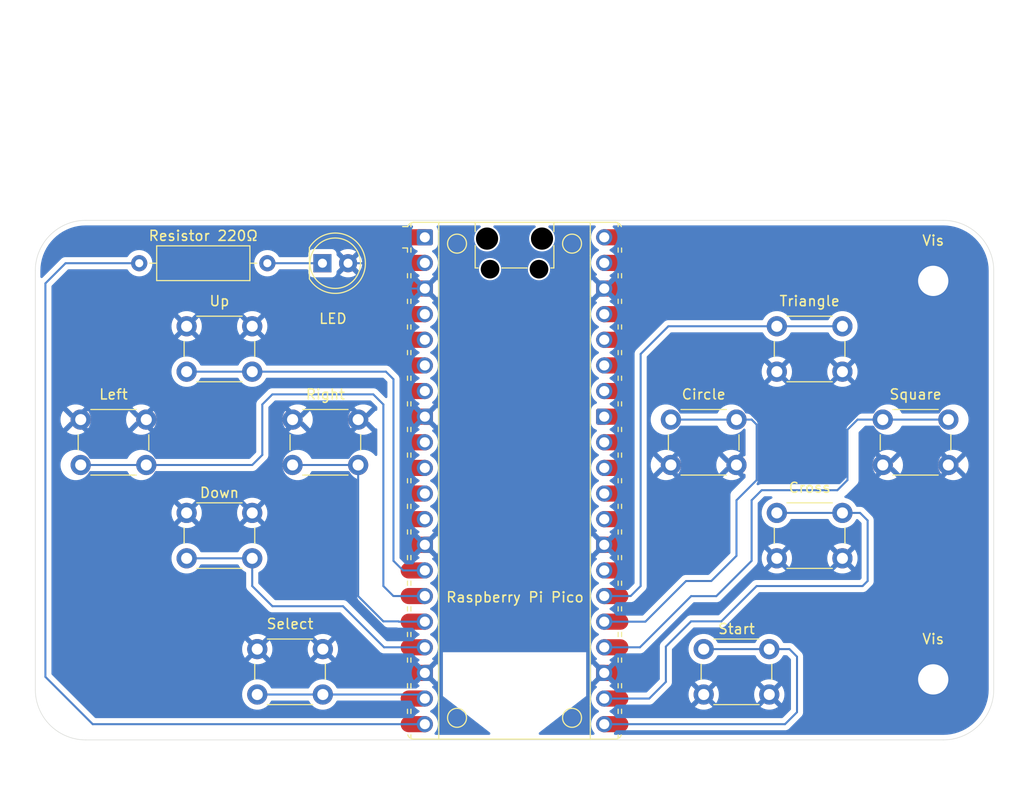
<source format=kicad_pcb>
(kicad_pcb (version 20240108) (generator "pcbnew") (generator_version "8.0")
  (title_block (title "Manette") (date "2025-03-07") (rev "0") (company "ICE Efrei") (comment 1 "designée pour l'ILab"))
  (layers (0 "F.Cu" signal) (31 "B.Cu" signal) (34 "B.Paste" user) (35 "F.Paste" user) (36 "B.SilkS" user "B.Silkscreen") (37 "F.SilkS" user "F.Silkscreen") (38 "B.Mask" user) (39 "F.Mask" user) (44 "Edge.Cuts" user))
  (net 0 "")
  (net 8 "Net-(A1-GPIO19)")
  (net 10 "Net-(A1-GPIO16)")
  (net 11 "Net-(A1-GPIO11)")
  (net 12 "GND")
  (net 13 "Net-(A1-GPIO13)")
  (net 15 "Net-(A1-GPIO18)")
  (net 21 "Net-(A1-GPIO14)")
  (net 23 "Net-(A1-GPIO20)")
  (net 28 "Net-(A1-GPIO12)")
  (net 29 "Net-(A1-GPIO10)")
  (net 38 "Net-(A1-GPIO17)")
  (net 46 "Net-(A1-GPIO15)")
  (net 57 "Net-(D1-K)")
  (footprint "MountingHole:MountingHole_3mm" (layer "F.Cu") (at 191.5 124.5)
    (property "Reference" "Vis")
    (property "Value" "MountingHole_3mm")
  )
  (footprint "Button_Switch_THT:SW_PUSH_6mm_H4.3mm" (layer "F.Cu") (at 165.5 98.75)
    (property "Reference" "Circle")
    (property "Value" "Circle")
  )
  (footprint "Button_Switch_THT:SW_PUSH_6mm_H4.3mm" (layer "F.Cu") (at 176 89.5)
    (property "Reference" "Triangle")
    (property "Value" "Triangle")
  )
  (footprint "Button_Switch_THT:SW_PUSH_6mm_H4.3mm" (layer "F.Cu") (at 117.5 89.5)
    (property "Reference" "Up")
    (property "Value" "Up")
  )
  (footprint "MountingHole:MountingHole_3mm" (layer "F.Cu") (at 191.5 85)
    (property "Reference" "Vis")
    (property "Value" "MountingHole_3mm")
  )
  (footprint "Button_Switch_THT:SW_PUSH_6mm_H4.3mm" (layer "F.Cu") (at 124.5 121.5)
    (property "Reference" "Select")
    (property "Value" "Select")
  )
  (footprint "Module_RaspberryPi_Pico:RaspberryPi_Pico_Common" (layer "F.Cu") (at 150 104.81)
    (property "Reference" "Raspberry Pi Pico")
    (property "Value" "RaspberryPi_Pico")
  )
  (footprint "Button_Switch_THT:SW_PUSH_6mm_H4.3mm" (layer "F.Cu") (at 186.5 98.75)
    (property "Reference" "Square")
    (property "Value" "Square")
  )
  (footprint "Button_Switch_THT:SW_PUSH_6mm_H4.3mm" (layer "F.Cu") (at 176 108)
    (property "Reference" "Cross")
    (property "Value" "Cross")
  )
  (footprint "Button_Switch_THT:SW_PUSH_6mm_H4.3mm" (layer "F.Cu") (at 107 98.75)
    (property "Reference" "Left")
    (property "Value" "Left")
  )
  (footprint "Button_Switch_THT:SW_PUSH_6mm_H4.3mm" (layer "F.Cu") (at 128 98.75)
    (property "Reference" "Right")
    (property "Value" "Right")
  )
  (footprint "Resistor_THT:R_Axial_DIN0309_L9.0mm_D3.2mm_P12.70mm_Horizontal" (layer "F.Cu") (at 112.8 83.25)
    (property "Reference" "Resistor 220Ω")
    (property "Value" "220Ω")
  )
  (footprint "Button_Switch_THT:SW_PUSH_6mm_H4.3mm" (layer "F.Cu") (at 117.5 108)
    (property "Reference" "Down")
    (property "Value" "Down")
  )
  (footprint "Button_Switch_THT:SW_PUSH_6mm_H4.3mm" (layer "F.Cu") (at 168.75 121.5)
    (property "Reference" "Start")
    (property "Value" "Start")
  )
  (footprint "LED_THT:LED_D5.0mm" (layer "F.Cu") (at 130.96 83.25)
    (property "Reference" "LED")
    (property "Value" "Blue")
  )
  (gr_arc (start 107.5 130.5) (mid 103.964466 129.035534) (end 102.5 125.5) (stroke (width 0.05)) (layer "Edge.Cuts"))
  (gr_arc (start 192.5 79) (mid 196.035534 80.464466) (end 197.5 84) (stroke (width 0.05)) (layer "Edge.Cuts"))
  (gr_arc (start 102.5 84) (mid 103.964466 80.464466) (end 107.5 79) (stroke (width 0.05)) (layer "Edge.Cuts"))
  (gr_line (start 102.5 84) (end 102.5 125.5) (stroke (width 0.05)) (layer "Edge.Cuts"))
  (gr_line (start 107.5 79) (end 192.5 79) (stroke (width 0.05)) (layer "Edge.Cuts"))
  (gr_line (start 197.5 84) (end 197.5 125.5) (stroke (width 0.05)) (layer "Edge.Cuts"))
  (gr_line (start 192.5 130.5) (end 107.5 130.5) (stroke (width 0.05)) (layer "Edge.Cuts"))
  (gr_arc (start 197.5 125.5) (mid 196.035534 129.035534) (end 192.5 130.5) (stroke (width 0.05)) (layer "Edge.Cuts"))
  (segment (start 173.5 98.75) (end 174 99.25) (width 0.2) (layer "B.Cu") (net 8))
  (segment (start 172 98.75) (end 173.5 98.75) (width 0.2) (layer "B.Cu") (net 8))
  (segment (start 162.97 118.78) (end 158.89 118.78) (width 0.2) (layer "B.Cu") (net 8))
  (segment (start 169.5 114.75) (end 167 114.75) (width 0.2) (layer "B.Cu") (net 8))
  (segment (start 172 106.75) (end 174 104.75) (width 0.2) (layer "B.Cu") (net 8))
  (segment (start 174 99.25) (end 174 104.75) (width 0.2) (layer "B.Cu") (net 8))
  (segment (start 172 112.25) (end 172 106.75) (width 0.2) (layer "B.Cu") (net 8))
  (segment (start 165.5 98.75) (end 172 98.75) (width 0.2) (layer "B.Cu") (net 8))
  (segment (start 167 114.75) (end 162.97 118.78) (width 0.2) (layer "B.Cu") (net 8))
  (segment (start 172 112.25) (end 169.5 114.75) (width 0.2) (layer "B.Cu") (net 8))
  (segment (start 178 122.25) (end 178 127.75) (width 0.2) (layer "B.Cu") (net 10))
  (segment (start 178 127.75) (end 176.81 128.94) (width 0.2) (layer "B.Cu") (net 10))
  (segment (start 168.75 121.5) (end 175.25 121.5) (width 0.2) (layer "B.Cu") (net 10))
  (segment (start 177.25 121.5) (end 178 122.25) (width 0.2) (layer "B.Cu") (net 10))
  (segment (start 175.25 121.5) (end 177.25 121.5) (width 0.2) (layer "B.Cu") (net 10))
  (segment (start 176.81 128.94) (end 158.89 128.94) (width 0.2) (layer "B.Cu") (net 10))
  (segment (start 137 97.25) (end 137 115.25) (width 0.2) (layer "B.Cu") (net 11))
  (segment (start 107 103.25) (end 113.5 103.25) (width 0.2) (layer "B.Cu") (net 11))
  (segment (start 136 96.25) (end 137 97.25) (width 0.2) (layer "B.Cu") (net 11))
  (segment (start 125 97.25) (end 126 96.25) (width 0.2) (layer "B.Cu") (net 11))
  (segment (start 137.99 116.24) (end 141.11 116.24) (width 0.2) (layer "B.Cu") (net 11))
  (segment (start 113 103.25) (end 124 103.25) (width 0.2) (layer "B.Cu") (net 11))
  (segment (start 125 102.25) (end 125 97.25) (width 0.2) (layer "B.Cu") (net 11))
  (segment (start 124 103.25) (end 125 102.25) (width 0.2) (layer "B.Cu") (net 11))
  (segment (start 137 115.25) (end 137.99 116.24) (width 0.2) (layer "B.Cu") (net 11))
  (segment (start 126 96.25) (end 136 96.25) (width 0.2) (layer "B.Cu") (net 11))
  (segment (start 133.5 83.25) (end 135 83.25) (width 0.2) (layer "B.Cu") (net 12))
  (segment (start 135 83.25) (end 137.51 85.76) (width 0.2) (layer "B.Cu") (net 12))
  (segment (start 137.51 85.76) (end 141.11 85.76) (width 0.2) (layer "B.Cu") (net 12))
  (segment (start 133 117.25) (end 137.07 121.32) (width 0.2) (layer "B.Cu") (net 13))
  (segment (start 124 112.5) (end 124 115.25) (width 0.2) (layer "B.Cu") (net 13))
  (segment (start 126 117.25) (end 133 117.25) (width 0.2) (layer "B.Cu") (net 13))
  (segment (start 124 115.25) (end 126 117.25) (width 0.2) (layer "B.Cu") (net 13))
  (segment (start 137.07 121.32) (end 141.11 121.32) (width 0.2) (layer "B.Cu") (net 13))
  (segment (start 117.5 112.5) (end 124 112.5) (width 0.2) (layer "B.Cu") (net 13))
  (segment (start 170 116.25) (end 167.5 116.25) (width 0.2) (layer "B.Cu") (net 15))
  (segment (start 183 104.75) (end 182 105.75) (width 0.2) (layer "B.Cu") (net 15))
  (segment (start 173.5 106.75) (end 173.5 112.75) (width 0.2) (layer "B.Cu") (net 15))
  (segment (start 167.5 116.25) (end 162.43 121.32) (width 0.2) (layer "B.Cu") (net 15))
  (segment (start 174.5 105.75) (end 173.5 106.75) (width 0.2) (layer "B.Cu") (net 15))
  (segment (start 186.5 98.75) (end 184 98.75) (width 0.2) (layer "B.Cu") (net 15))
  (segment (start 183 99.75) (end 183 104.75) (width 0.2) (layer "B.Cu") (net 15))
  (segment (start 182 105.75) (end 174.5 105.75) (width 0.2) (layer "B.Cu") (net 15))
  (segment (start 162.43 121.32) (end 158.89 121.32) (width 0.2) (layer "B.Cu") (net 15))
  (segment (start 186.5 98.75) (end 193 98.75) (width 0.2) (layer "B.Cu") (net 15))
  (segment (start 173.5 112.75) (end 170 116.25) (width 0.2) (layer "B.Cu") (net 15))
  (segment (start 184 98.75) (end 183 99.75) (width 0.2) (layer "B.Cu") (net 15))
  (segment (start 124.5 126) (end 131 126) (width 0.2) (layer "B.Cu") (net 21))
  (segment (start 140.71 126) (end 141.11 126.4) (width 0.2) (layer "B.Cu") (net 21))
  (segment (start 131 126) (end 140.71 126) (width 0.2) (layer "B.Cu") (net 21))
  (segment (start 176 89.5) (end 165.25 89.5) (width 0.2) (layer "B.Cu") (net 23))
  (segment (start 165.25 89.5) (end 162.5 92.25) (width 0.2) (layer "B.Cu") (net 23))
  (segment (start 162.5 92.25) (end 162.5 115.25) (width 0.2) (layer "B.Cu") (net 23))
  (segment (start 162.5 115.25) (end 161.51 116.24) (width 0.2) (layer "B.Cu") (net 23))
  (segment (start 161.51 116.24) (end 158.89 116.24) (width 0.2) (layer "B.Cu") (net 23))
  (segment (start 176 89.5) (end 182.5 89.5) (width 0.2) (layer "B.Cu") (net 23))
  (segment (start 128 103.25) (end 134.5 103.25) (width 0.2) (layer "B.Cu") (net 28))
  (segment (start 134.5 103.25) (end 134.5 116.25) (width 0.2) (layer "B.Cu") (net 28))
  (segment (start 138.53 118.78) (end 141.11 118.78) (width 0.2) (layer "B.Cu") (net 28))
  (segment (start 137 118.75) (end 138.5 118.75) (width 0.2) (layer "B.Cu") (net 28))
  (segment (start 138.5 118.75) (end 138.53 118.78) (width 0.2) (layer "B.Cu") (net 28))
  (segment (start 134.5 116.25) (end 137 118.75) (width 0.2) (layer "B.Cu") (net 28))
  (segment (start 138 112.75) (end 138.95 113.7) (width 0.2) (layer "B.Cu") (net 29))
  (segment (start 137.25 94) (end 138 94.75) (width 0.2) (layer "B.Cu") (net 29))
  (segment (start 138.95 113.7) (end 141.11 113.7) (width 0.2) (layer "B.Cu") (net 29))
  (segment (start 117.5 94) (end 124 94) (width 0.2) (layer "B.Cu") (net 29))
  (segment (start 138 94.75) (end 138 112.75) (width 0.2) (layer "B.Cu") (net 29))
  (segment (start 124 94) (end 137.25 94) (width 0.2) (layer "B.Cu") (net 29))
  (segment (start 163.35 126.4) (end 158.89 126.4) (width 0.2) (layer "B.Cu") (net 38))
  (segment (start 184.25 108) (end 185 108.75) (width 0.2) (layer "B.Cu") (net 38))
  (segment (start 170.5 118.75) (end 167.5 118.75) (width 0.2) (layer "B.Cu") (net 38))
  (segment (start 174 115.25) (end 170.5 118.75) (width 0.2) (layer "B.Cu") (net 38))
  (segment (start 184.5 115.25) (end 174 115.25) (width 0.2) (layer "B.Cu") (net 38))
  (segment (start 167.5 118.75) (end 165 121.25) (width 0.2) (layer "B.Cu") (net 38))
  (segment (start 165 124.75) (end 163.35 126.4) (width 0.2) (layer "B.Cu") (net 38))
  (segment (start 165 121.25) (end 165 124.75) (width 0.2) (layer "B.Cu") (net 38))
  (segment (start 176 108) (end 182.5 108) (width 0.2) (layer "B.Cu") (net 38))
  (segment (start 185 108.75) (end 185 114.75) (width 0.2) (layer "B.Cu") (net 38))
  (segment (start 182.5 108) (end 184.25 108) (width 0.2) (layer "B.Cu") (net 38))
  (segment (start 185 114.75) (end 184.5 115.25) (width 0.2) (layer "B.Cu") (net 38))
  (segment (start 112.8 83.25) (end 105.5 83.25) (width 0.2) (layer "B.Cu") (net 46))
  (segment (start 105.5 83.25) (end 103.5 85.25) (width 0.2) (layer "B.Cu") (net 46))
  (segment (start 108.19 128.94) (end 141.11 128.94) (width 0.2) (layer "B.Cu") (net 46))
  (segment (start 103.5 124.25) (end 108.19 128.94) (width 0.2) (layer "B.Cu") (net 46))
  (segment (start 103.5 85.25) (end 103.5 124.25) (width 0.2) (layer "B.Cu") (net 46))
  (segment (start 125.5 83.25) (end 130.96 83.25) (width 0.2) (layer "B.Cu") (net 57))
  (zone (net 12) (net_name "GND") (layer "B.Cu") (connect_pads (clearance 0.5)) (min_thickness 0.25) (fill yes (thermal_gap 0.5) (thermal_bridge_width 0.5))
    (polygon (pts (xy 99 75.75) (xy 200.5 75.75) (xy 200.5 135.25) (xy 99 135.75)))
  )
)
</source>
